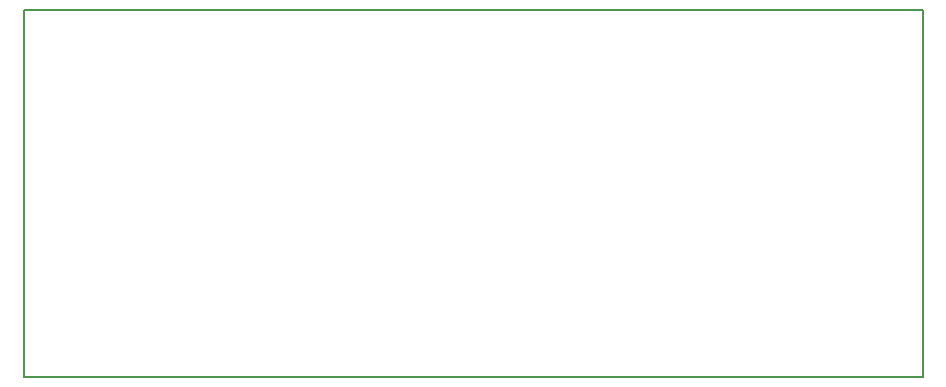
<source format=gbr>
G04 #@! TF.FileFunction,Other,User*
%FSLAX46Y46*%
G04 Gerber Fmt 4.6, Leading zero omitted, Abs format (unit mm)*
G04 Created by KiCad (PCBNEW 4.0.7) date 01/02/18 22:23:31*
%MOMM*%
%LPD*%
G01*
G04 APERTURE LIST*
%ADD10C,0.100000*%
%ADD11C,0.200000*%
G04 APERTURE END LIST*
D10*
D11*
X109400000Y-124500000D02*
X109400000Y-93500000D01*
X185500000Y-93500000D02*
X109400000Y-93500000D01*
X185500000Y-124500000D02*
X185500000Y-93500000D01*
X185500000Y-124500000D02*
X109400000Y-124500000D01*
M02*

</source>
